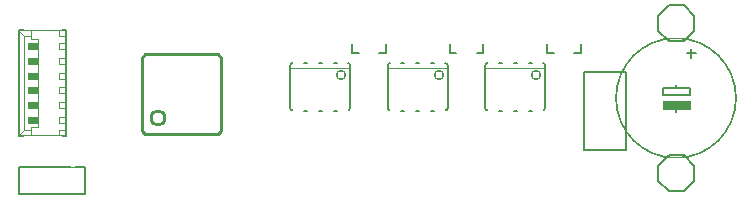
<source format=gbr>
G04 --- HEADER BEGIN --- *
%TF.GenerationSoftware,LibrePCB,LibrePCB,0.1.0*%
%TF.CreationDate,2016-09-09T23:18:03*%
%TF.ProjectId,Demo Brushless Controller Project - default,ace706f3-b818-4ce9-86ab-e3185109c18f,v1*%
%TF.Part,Single*%
%FSLAX66Y66*%
%MOMM*%
G01*
G74*
G04 --- HEADER END --- *
G04 --- APERTURE LIST BEGIN --- *
%ADD10C,0.152400*%
%ADD11C,0.254000*%
%ADD12C,1.454000X0.946000*%
%ADD13C,0.000000*%
%ADD14C,10.312400X10.007600*%
%ADD15C,0.203200*%
%ADD16C,0.050800*%
%ADD17C,0.914400X0.609600*%
%ADD18P,2.740000X8X22.500000*%
%ADD19R,1.200000X1.600000*%
%ADD20R,5.280000X2.028800*%
%ADD21R,1.300000X1.200000*%
%ADD22R,1.200000X0.400000*%
%ADD23R,0.400000X1.200000*%
%ADD24R,1.200000X1.300000*%
%ADD25C,2.740000*%
%ADD26P,2.740000X8X292.500000*%
%ADD27R,2.435000X1.419000*%
%ADD28R,2.400000X3.800000*%
%ADD29R,0.860400X2.232000*%
%ADD30R,1.200000X1.200000*%
%ADD31R,3.200000X2.300000*%
%ADD32R,2.200000X1.000000*%
%ADD33R,2.150000X2.700000*%
%ADD34C,1.200000*%
G04 --- APERTURE LIST END --- *
G04 --- BOARD BEGIN --- *
D10*
X54356000Y15240000D02*
X54356000Y13970000D01*
X56515000Y13081000D02*
X57404000Y13970000D01*
X56515000Y16129000D02*
X57404000Y15240000D01*
X57404000Y15240000D02*
X57404000Y13970000D01*
X54356000Y15240000D02*
X55245000Y16129000D01*
X55245000Y16129000D02*
X56515000Y16129000D01*
X55245000Y13081000D02*
X54356000Y13970000D01*
X56515000Y13081000D02*
X55245000Y13081000D01*
X31267400Y12852400D02*
X31267400Y12039600D01*
X31267400Y12039600D02*
X30708600Y12039600D01*
X28422600Y12039600D02*
X28422600Y12852400D01*
X28981400Y12039600D02*
X28422600Y12039600D01*
X5810250Y101600D02*
X222250Y101600D01*
X222250Y2438400D01*
X5810250Y2438400D01*
X5810250Y101600D01*
D11*
X10595000Y11672500D02*
X10870000Y11947500D01*
X10870000Y11947500D02*
X17070000Y11947500D01*
X17070000Y11947500D02*
X17345000Y11672500D01*
X17345000Y11672500D02*
X17345000Y5472500D01*
X17345000Y5472500D02*
X17070000Y5197500D01*
X17070000Y5197500D02*
X10870000Y5197500D01*
X10870000Y5197500D02*
X10595000Y5472500D01*
X10595000Y5472500D02*
X10595000Y11672500D01*
D12*
X11970000Y6572500D03*
D10*
X55880000Y9398000D02*
X55880000Y9144000D01*
X55880000Y9144000D02*
X54737000Y9144000D01*
X54737000Y9144000D02*
X54737000Y8509000D01*
X54737000Y8509000D02*
X57023000Y8509000D01*
X57023000Y8509000D02*
X57023000Y9144000D01*
X57023000Y9144000D02*
X55880000Y9144000D01*
X55880000Y7620000D02*
X55880000Y7112000D01*
X57531000Y12065000D02*
X56769000Y12065000D01*
X57150000Y11684000D02*
X57150000Y12446000D01*
D13*
X54737000Y8001000D02*
X54737000Y7366000D01*
X57023000Y7366000D01*
X57023000Y8001000D01*
X54737000Y8001000D01*
G36*
X54737000Y8001000D02*
X54737000Y7366000D01*
X57023000Y7366000D01*
X57023000Y8001000D01*
X54737000Y8001000D01*
G37*
D14*
X55880000Y8255000D03*
D15*
X51625500Y10420750D02*
X48069500Y10420750D01*
X48069500Y3866750D01*
X51625500Y3866750D01*
X51625500Y10420750D01*
D10*
X54356000Y2540000D02*
X54356000Y1270000D01*
X56515000Y381000D02*
X57404000Y1270000D01*
X56515000Y3429000D02*
X57404000Y2540000D01*
X57404000Y2540000D02*
X57404000Y1270000D01*
X54356000Y2540000D02*
X55245000Y3429000D01*
X55245000Y3429000D02*
X56515000Y3429000D01*
X55245000Y381000D02*
X54356000Y1270000D01*
X56515000Y381000D02*
X55245000Y381000D01*
D16*
X36512500Y10807700D02*
X31432500Y10807700D01*
D10*
X36512500Y7429500D02*
G02*
X36258500Y7175500I254000J0D01*
G01*
X35369500Y7175500D02*
X35115500Y7175500D01*
X34099500Y7175500D02*
X33845500Y7175500D01*
X32829500Y7175500D02*
X32575500Y7175500D01*
X31686500Y7175500D02*
G02*
X31432500Y7429500I0J254000D01*
G01*
X35369500Y11239500D02*
X35115500Y11239500D01*
X34099500Y11239500D02*
X33845500Y11239500D01*
X32829500Y11239500D02*
X32575500Y11239500D01*
X31686500Y11239500D02*
G03*
X31432500Y10985500I0J254000D01*
G01*
X31432500Y7429500D02*
X31432500Y10985500D01*
X36512500Y7429500D02*
X36512500Y10985500D01*
X36512500Y10985500D02*
G03*
X36258500Y11239500I254000J0D01*
G01*
D17*
X35750500Y10223500D03*
D10*
X39522400Y12852400D02*
X39522400Y12039600D01*
X39522400Y12039600D02*
X38963600Y12039600D01*
X36677600Y12039600D02*
X36677600Y12852400D01*
X37236400Y12039600D02*
X36677600Y12039600D01*
D16*
X28257500Y10807700D02*
X23177500Y10807700D01*
D10*
X28257500Y7429500D02*
G02*
X28003500Y7175500I254000J0D01*
G01*
X27114500Y7175500D02*
X26860500Y7175500D01*
X25844500Y7175500D02*
X25590500Y7175500D01*
X24574500Y7175500D02*
X24320500Y7175500D01*
X23431500Y7175500D02*
G02*
X23177500Y7429500I0J254000D01*
G01*
X27114500Y11239500D02*
X26860500Y11239500D01*
X25844500Y11239500D02*
X25590500Y11239500D01*
X24574500Y11239500D02*
X24320500Y11239500D01*
X23431500Y11239500D02*
G03*
X23177500Y10985500I0J254000D01*
G01*
X23177500Y7429500D02*
X23177500Y10985500D01*
X28257500Y7429500D02*
X28257500Y10985500D01*
X28257500Y10985500D02*
G03*
X28003500Y11239500I254000J0D01*
G01*
D17*
X27495500Y10223500D03*
D16*
X44767500Y10807700D02*
X39687500Y10807700D01*
D10*
X44767500Y7429500D02*
G02*
X44513500Y7175500I254000J0D01*
G01*
X43624500Y7175500D02*
X43370500Y7175500D01*
X42354500Y7175500D02*
X42100500Y7175500D01*
X41084500Y7175500D02*
X40830500Y7175500D01*
X39941500Y7175500D02*
G02*
X39687500Y7429500I0J254000D01*
G01*
X43624500Y11239500D02*
X43370500Y11239500D01*
X42354500Y11239500D02*
X42100500Y11239500D01*
X41084500Y11239500D02*
X40830500Y11239500D01*
X39941500Y11239500D02*
G03*
X39687500Y10985500I0J254000D01*
G01*
X39687500Y7429500D02*
X39687500Y10985500D01*
X44767500Y7429500D02*
X44767500Y10985500D01*
X44767500Y10985500D02*
G03*
X44513500Y11239500I254000J0D01*
G01*
D17*
X44005500Y10223500D03*
D10*
X47777400Y12852400D02*
X47777400Y12039600D01*
X47777400Y12039600D02*
X47218600Y12039600D01*
X44932600Y12039600D02*
X44932600Y12852400D01*
X45491400Y12039600D02*
X44932600Y12039600D01*
D15*
X4232500Y5000000D02*
X4232500Y5525000D01*
X4232500Y5525000D02*
X4232500Y13525000D01*
X4232500Y13525000D02*
X4232500Y14050000D01*
X4232500Y14050000D02*
X232500Y14050000D01*
X232500Y14050000D02*
X232500Y13900000D01*
X232500Y13900000D02*
X232500Y5150000D01*
X232500Y5150000D02*
X232500Y5000000D01*
X232500Y5000000D02*
X4232500Y5000000D01*
D16*
X1232500Y5025000D02*
X1232500Y5525000D01*
X1232500Y5525000D02*
X1232500Y5775000D01*
X1232500Y5775000D02*
X1857500Y5775000D01*
X1857500Y5775000D02*
X1857500Y13275000D01*
X1232500Y13275000D02*
X1232500Y13525000D01*
X1232500Y13525000D02*
X1232500Y14025000D01*
X1232500Y13275000D02*
X1857500Y13275000D01*
X3607500Y5025000D02*
X3607500Y5525000D01*
X3607500Y5525000D02*
X4232500Y5525000D01*
X3607500Y13525000D02*
X3607500Y14025000D01*
X3607500Y13525000D02*
X4232500Y13525000D01*
X1232500Y5525000D02*
X607500Y5525000D01*
X607500Y5525000D02*
X607500Y13525000D01*
X607500Y13525000D02*
X1232500Y13525000D01*
X607500Y5525000D02*
X232500Y5150000D01*
X607500Y13525000D02*
X232500Y13900000D01*
X4107500Y6150000D02*
X3607500Y6150000D01*
X3607500Y6150000D02*
X3607500Y6650000D01*
X3607500Y6650000D02*
X4107500Y6650000D01*
X4107500Y7400000D02*
X3607500Y7400000D01*
X3607500Y7400000D02*
X3607500Y7900000D01*
X3607500Y7900000D02*
X4107500Y7900000D01*
X4107500Y8650000D02*
X3607500Y8650000D01*
X3607500Y8650000D02*
X3607500Y9150000D01*
X3607500Y9150000D02*
X4107500Y9150000D01*
X4107500Y9900000D02*
X3607500Y9900000D01*
X3607500Y9900000D02*
X3607500Y10400000D01*
X3607500Y10400000D02*
X4107500Y10400000D01*
X4107500Y11150000D02*
X3607500Y11150000D01*
X3607500Y11150000D02*
X3607500Y11650000D01*
X3607500Y11650000D02*
X4107500Y11650000D01*
X4107500Y12400000D02*
X3607500Y12400000D01*
X3607500Y12400000D02*
X3607500Y12900000D01*
X3607500Y12900000D02*
X4107500Y12900000D01*
D13*
X1857500Y6150000D02*
X1857500Y6650000D01*
X982500Y6650000D01*
X982500Y6150000D01*
X1857500Y6150000D01*
G36*
X1857500Y6150000D02*
X1857500Y6650000D01*
X982500Y6650000D01*
X982500Y6150000D01*
X1857500Y6150000D01*
G37*
X1857500Y7400000D02*
X1857500Y7900000D01*
X982500Y7900000D01*
X982500Y7400000D01*
X1857500Y7400000D01*
G36*
X1857500Y7400000D02*
X1857500Y7900000D01*
X982500Y7900000D01*
X982500Y7400000D01*
X1857500Y7400000D01*
G37*
X1857500Y8650000D02*
X1857500Y9150000D01*
X982500Y9150000D01*
X982500Y8650000D01*
X1857500Y8650000D01*
G36*
X1857500Y8650000D02*
X1857500Y9150000D01*
X982500Y9150000D01*
X982500Y8650000D01*
X1857500Y8650000D01*
G37*
X1857500Y9900000D02*
X1857500Y10400000D01*
X982500Y10400000D01*
X982500Y9900000D01*
X1857500Y9900000D01*
G36*
X1857500Y9900000D02*
X1857500Y10400000D01*
X982500Y10400000D01*
X982500Y9900000D01*
X1857500Y9900000D01*
G37*
X1857500Y11150000D02*
X1857500Y11650000D01*
X982500Y11650000D01*
X982500Y11150000D01*
X1857500Y11150000D01*
G36*
X1857500Y11150000D02*
X1857500Y11650000D01*
X982500Y11650000D01*
X982500Y11150000D01*
X1857500Y11150000D01*
G37*
X1857500Y12400000D02*
X1857500Y12900000D01*
X982500Y12900000D01*
X982500Y12400000D01*
X1857500Y12400000D01*
G36*
X1857500Y12400000D02*
X1857500Y12900000D01*
X982500Y12900000D01*
X982500Y12400000D01*
X1857500Y12400000D01*
G37*
%LPC*%
D18*
X55880000Y14605000D03*
D19*
X29845000Y11600000D03*
X30795000Y13800000D03*
X28895000Y13800000D03*
D20*
X3016250Y1270000D03*
D21*
X9422500Y952500D03*
X7722500Y952500D03*
D22*
X18470000Y6822500D03*
D23*
X16220000Y13072500D03*
X11720000Y13072500D03*
X16720000Y13072500D03*
X11720000Y4072500D03*
D22*
X9470000Y7322500D03*
X18470000Y7822500D03*
D23*
X14220000Y13072500D03*
X12720000Y13072500D03*
D22*
X18470000Y8822500D03*
D23*
X13720000Y4072500D03*
D22*
X18470000Y10322500D03*
X18470000Y10822500D03*
D23*
X16720000Y4072500D03*
X13220000Y13072500D03*
X13220000Y4072500D03*
D22*
X18470000Y8322500D03*
X9470000Y10822500D03*
X9470000Y5822500D03*
D23*
X15220000Y13072500D03*
X12220000Y4072500D03*
X14720000Y13072500D03*
D22*
X18470000Y9822500D03*
X9470000Y9822500D03*
X18470000Y7322500D03*
X18470000Y5822500D03*
D23*
X12720000Y4072500D03*
D22*
X18470000Y11322500D03*
D23*
X15220000Y4072500D03*
X14220000Y4072500D03*
X15720000Y13072500D03*
X13720000Y13072500D03*
D22*
X9470000Y10322500D03*
X9470000Y11322500D03*
D23*
X12220000Y13072500D03*
X15720000Y4072500D03*
D22*
X9470000Y7822500D03*
D23*
X11220000Y4072500D03*
D22*
X18470000Y9322500D03*
X9470000Y9322500D03*
X9470000Y6822500D03*
X18470000Y6322500D03*
D23*
X11220000Y13072500D03*
D22*
X9470000Y6322500D03*
X9470000Y8822500D03*
D23*
X16220000Y4072500D03*
D22*
X9470000Y8322500D03*
D23*
X14720000Y4072500D03*
D24*
X38520000Y2540000D03*
X40220000Y2540000D03*
D25*
X55880000Y10795000D03*
D26*
X55880000Y5715000D03*
D21*
X48997500Y11430000D03*
X50697500Y11430000D03*
D24*
X20002500Y7087500D03*
X20002500Y8787500D03*
X38520000Y3810000D03*
X40220000Y3810000D03*
X20002500Y11962500D03*
X20002500Y10262500D03*
D21*
X22225000Y8787500D03*
X22225000Y7087500D03*
X43395000Y3810000D03*
X41695000Y3810000D03*
X10692500Y4127500D03*
X8992500Y4127500D03*
D24*
X19582500Y3810000D03*
X17882500Y3810000D03*
D27*
X46748500Y9454750D03*
D28*
X52946500Y7143750D03*
D27*
X46748500Y7143750D03*
X46748500Y4832750D03*
D21*
X29845000Y8470000D03*
X29845000Y6770000D03*
X14502500Y793750D03*
X12802500Y793750D03*
X26408750Y14287500D03*
X24708750Y14287500D03*
D24*
X18947500Y2222500D03*
X17247500Y2222500D03*
D18*
X55880000Y1905000D03*
D21*
X21272500Y10262500D03*
X21272500Y11962500D03*
D24*
X45085000Y1372500D03*
X45085000Y3072500D03*
D21*
X42918750Y14287500D03*
X41218750Y14287500D03*
X26885000Y3810000D03*
X25185000Y3810000D03*
X38100000Y8470000D03*
X38100000Y6770000D03*
D29*
X33337500Y6134100D03*
X34607500Y6134100D03*
X33337500Y12280900D03*
X35877500Y12280900D03*
X32067500Y12280900D03*
X34607500Y12280900D03*
X32067500Y6134100D03*
X35877500Y6134100D03*
D24*
X22010000Y3810000D03*
X23710000Y3810000D03*
D21*
X9422500Y2540000D03*
X7722500Y2540000D03*
D19*
X38100000Y11600000D03*
X39050000Y13800000D03*
X37150000Y13800000D03*
D21*
X35140000Y3810000D03*
X33440000Y3810000D03*
D29*
X25082500Y6134100D03*
X26352500Y6134100D03*
X25082500Y12280900D03*
X27622500Y12280900D03*
X23812500Y12280900D03*
X26352500Y12280900D03*
X23812500Y6134100D03*
X27622500Y6134100D03*
X41592500Y6134100D03*
X42862500Y6134100D03*
X41592500Y12280900D03*
X44132500Y12280900D03*
X40322500Y12280900D03*
X42862500Y12280900D03*
X40322500Y6134100D03*
X44132500Y6134100D03*
D30*
X17827500Y793750D03*
X15827500Y793750D03*
D19*
X46355000Y11600000D03*
X47305000Y13800000D03*
X45405000Y13800000D03*
D21*
X8357500Y13017500D03*
X10057500Y13017500D03*
D31*
X2232500Y15150000D03*
X2232500Y3900000D03*
D32*
X5357500Y6400000D03*
X5357500Y12650000D03*
X5357500Y11400000D03*
X5357500Y10150000D03*
X5357500Y8900000D03*
X5357500Y7650000D03*
D24*
X30265000Y2540000D03*
X31965000Y2540000D03*
X30265000Y3810000D03*
X31965000Y3810000D03*
D21*
X15772500Y2222500D03*
X14072500Y2222500D03*
X34663750Y14287500D03*
X32963750Y14287500D03*
D33*
X50420000Y1905000D03*
X47370000Y1905000D03*
D24*
X21057500Y5715000D03*
X22757500Y5715000D03*
D34*
X27622500Y14128750D03*
X35877500Y14128750D03*
X44132500Y14128750D03*
X4762500Y3016250D03*
X10953750Y2857500D03*
G04 --- BOARD END --- *
%TF.MD5,683b9e7dd4a339d2a617a5ab11905c82*%
M02*

</source>
